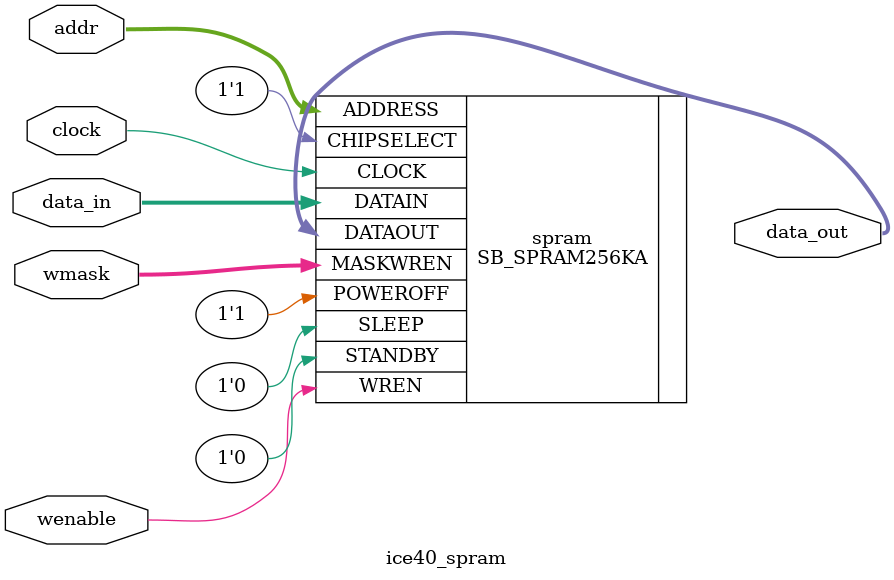
<source format=v>
module ice40_spram(
	input         clock,
  input  [13:0] addr,     // 16K entries
  input  [15:0] data_in,  // 16 bits
  input  [3:0]  wmask,
  input         wenable,
  output [15:0] data_out, // 16 bits  
	);

SB_SPRAM256KA spram (
    .ADDRESS(addr),
    .DATAIN(data_in),
    .MASKWREN(wmask),
    .WREN(wenable),
    .CHIPSELECT(1'b1),
    .CLOCK(clock),
    .STANDBY(1'b0),
    .SLEEP(1'b0),
    .POWEROFF(1'b1),
    .DATAOUT(data_out)
);

endmodule

</source>
